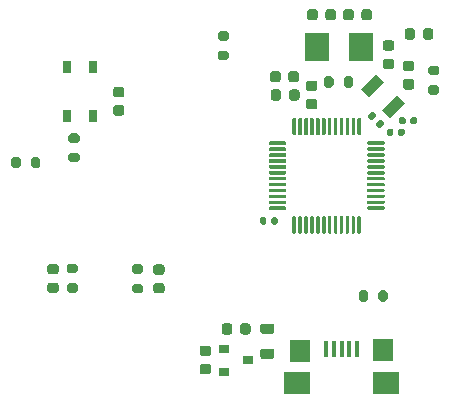
<source format=gbr>
%TF.GenerationSoftware,KiCad,Pcbnew,(5.1.8)-1*%
%TF.CreationDate,2021-06-10T03:31:17+02:00*%
%TF.ProjectId,GD32F190-dev-brd,47443332-4631-4393-902d-6465762d6272,rev?*%
%TF.SameCoordinates,Original*%
%TF.FileFunction,Paste,Top*%
%TF.FilePolarity,Positive*%
%FSLAX46Y46*%
G04 Gerber Fmt 4.6, Leading zero omitted, Abs format (unit mm)*
G04 Created by KiCad (PCBNEW (5.1.8)-1) date 2021-06-10 03:31:17*
%MOMM*%
%LPD*%
G01*
G04 APERTURE LIST*
%ADD10R,0.650000X1.050000*%
%ADD11R,0.900000X0.800000*%
%ADD12R,2.000000X2.400000*%
%ADD13C,0.100000*%
%ADD14R,1.800000X1.900000*%
%ADD15R,2.300000X1.900000*%
%ADD16R,0.400000X1.400000*%
G04 APERTURE END LIST*
%TO.C,R7*%
G36*
G01*
X132865000Y-130065000D02*
X132865000Y-129515000D01*
G75*
G02*
X133065000Y-129315000I200000J0D01*
G01*
X133465000Y-129315000D01*
G75*
G02*
X133665000Y-129515000I0J-200000D01*
G01*
X133665000Y-130065000D01*
G75*
G02*
X133465000Y-130265000I-200000J0D01*
G01*
X133065000Y-130265000D01*
G75*
G02*
X132865000Y-130065000I0J200000D01*
G01*
G37*
G36*
G01*
X134515000Y-130065000D02*
X134515000Y-129515000D01*
G75*
G02*
X134715000Y-129315000I200000J0D01*
G01*
X135115000Y-129315000D01*
G75*
G02*
X135315000Y-129515000I0J-200000D01*
G01*
X135315000Y-130065000D01*
G75*
G02*
X135115000Y-130265000I-200000J0D01*
G01*
X134715000Y-130265000D01*
G75*
G02*
X134515000Y-130065000I0J200000D01*
G01*
G37*
%TD*%
%TO.C,C1*%
G36*
G01*
X122160000Y-132330000D02*
X122160000Y-132830000D01*
G75*
G02*
X121935000Y-133055000I-225000J0D01*
G01*
X121485000Y-133055000D01*
G75*
G02*
X121260000Y-132830000I0J225000D01*
G01*
X121260000Y-132330000D01*
G75*
G02*
X121485000Y-132105000I225000J0D01*
G01*
X121935000Y-132105000D01*
G75*
G02*
X122160000Y-132330000I0J-225000D01*
G01*
G37*
G36*
G01*
X123710000Y-132330000D02*
X123710000Y-132830000D01*
G75*
G02*
X123485000Y-133055000I-225000J0D01*
G01*
X123035000Y-133055000D01*
G75*
G02*
X122810000Y-132830000I0J225000D01*
G01*
X122810000Y-132330000D01*
G75*
G02*
X123035000Y-132105000I225000J0D01*
G01*
X123485000Y-132105000D01*
G75*
G02*
X123710000Y-132330000I0J-225000D01*
G01*
G37*
%TD*%
%TO.C,C2*%
G36*
G01*
X120120000Y-136435000D02*
X119620000Y-136435000D01*
G75*
G02*
X119395000Y-136210000I0J225000D01*
G01*
X119395000Y-135760000D01*
G75*
G02*
X119620000Y-135535000I225000J0D01*
G01*
X120120000Y-135535000D01*
G75*
G02*
X120345000Y-135760000I0J-225000D01*
G01*
X120345000Y-136210000D01*
G75*
G02*
X120120000Y-136435000I-225000J0D01*
G01*
G37*
G36*
G01*
X120120000Y-134885000D02*
X119620000Y-134885000D01*
G75*
G02*
X119395000Y-134660000I0J225000D01*
G01*
X119395000Y-134210000D01*
G75*
G02*
X119620000Y-133985000I225000J0D01*
G01*
X120120000Y-133985000D01*
G75*
G02*
X120345000Y-134210000I0J-225000D01*
G01*
X120345000Y-134660000D01*
G75*
G02*
X120120000Y-134885000I-225000J0D01*
G01*
G37*
%TD*%
%TO.C,C7*%
G36*
G01*
X129125000Y-112450000D02*
X128625000Y-112450000D01*
G75*
G02*
X128400000Y-112225000I0J225000D01*
G01*
X128400000Y-111775000D01*
G75*
G02*
X128625000Y-111550000I225000J0D01*
G01*
X129125000Y-111550000D01*
G75*
G02*
X129350000Y-111775000I0J-225000D01*
G01*
X129350000Y-112225000D01*
G75*
G02*
X129125000Y-112450000I-225000J0D01*
G01*
G37*
G36*
G01*
X129125000Y-114000000D02*
X128625000Y-114000000D01*
G75*
G02*
X128400000Y-113775000I0J225000D01*
G01*
X128400000Y-113325000D01*
G75*
G02*
X128625000Y-113100000I225000J0D01*
G01*
X129125000Y-113100000D01*
G75*
G02*
X129350000Y-113325000I0J-225000D01*
G01*
X129350000Y-113775000D01*
G75*
G02*
X129125000Y-114000000I-225000J0D01*
G01*
G37*
%TD*%
%TO.C,C8*%
G36*
G01*
X127800000Y-110975000D02*
X127800000Y-111475000D01*
G75*
G02*
X127575000Y-111700000I-225000J0D01*
G01*
X127125000Y-111700000D01*
G75*
G02*
X126900000Y-111475000I0J225000D01*
G01*
X126900000Y-110975000D01*
G75*
G02*
X127125000Y-110750000I225000J0D01*
G01*
X127575000Y-110750000D01*
G75*
G02*
X127800000Y-110975000I0J-225000D01*
G01*
G37*
G36*
G01*
X126250000Y-110975000D02*
X126250000Y-111475000D01*
G75*
G02*
X126025000Y-111700000I-225000J0D01*
G01*
X125575000Y-111700000D01*
G75*
G02*
X125350000Y-111475000I0J225000D01*
G01*
X125350000Y-110975000D01*
G75*
G02*
X125575000Y-110750000I225000J0D01*
G01*
X126025000Y-110750000D01*
G75*
G02*
X126250000Y-110975000I0J-225000D01*
G01*
G37*
%TD*%
%TO.C,C9*%
G36*
G01*
X112790000Y-114530000D02*
X112290000Y-114530000D01*
G75*
G02*
X112065000Y-114305000I0J225000D01*
G01*
X112065000Y-113855000D01*
G75*
G02*
X112290000Y-113630000I225000J0D01*
G01*
X112790000Y-113630000D01*
G75*
G02*
X113015000Y-113855000I0J-225000D01*
G01*
X113015000Y-114305000D01*
G75*
G02*
X112790000Y-114530000I-225000J0D01*
G01*
G37*
G36*
G01*
X112790000Y-112980000D02*
X112290000Y-112980000D01*
G75*
G02*
X112065000Y-112755000I0J225000D01*
G01*
X112065000Y-112305000D01*
G75*
G02*
X112290000Y-112080000I225000J0D01*
G01*
X112790000Y-112080000D01*
G75*
G02*
X113015000Y-112305000I0J-225000D01*
G01*
X113015000Y-112755000D01*
G75*
G02*
X112790000Y-112980000I-225000J0D01*
G01*
G37*
%TD*%
%TO.C,C10*%
G36*
G01*
X132433000Y-105740000D02*
X132433000Y-106240000D01*
G75*
G02*
X132208000Y-106465000I-225000J0D01*
G01*
X131758000Y-106465000D01*
G75*
G02*
X131533000Y-106240000I0J225000D01*
G01*
X131533000Y-105740000D01*
G75*
G02*
X131758000Y-105515000I225000J0D01*
G01*
X132208000Y-105515000D01*
G75*
G02*
X132433000Y-105740000I0J-225000D01*
G01*
G37*
G36*
G01*
X133983000Y-105740000D02*
X133983000Y-106240000D01*
G75*
G02*
X133758000Y-106465000I-225000J0D01*
G01*
X133308000Y-106465000D01*
G75*
G02*
X133083000Y-106240000I0J225000D01*
G01*
X133083000Y-105740000D01*
G75*
G02*
X133308000Y-105515000I225000J0D01*
G01*
X133758000Y-105515000D01*
G75*
G02*
X133983000Y-105740000I0J-225000D01*
G01*
G37*
%TD*%
%TO.C,C11*%
G36*
G01*
X128485000Y-106240000D02*
X128485000Y-105740000D01*
G75*
G02*
X128710000Y-105515000I225000J0D01*
G01*
X129160000Y-105515000D01*
G75*
G02*
X129385000Y-105740000I0J-225000D01*
G01*
X129385000Y-106240000D01*
G75*
G02*
X129160000Y-106465000I-225000J0D01*
G01*
X128710000Y-106465000D01*
G75*
G02*
X128485000Y-106240000I0J225000D01*
G01*
G37*
G36*
G01*
X130035000Y-106240000D02*
X130035000Y-105740000D01*
G75*
G02*
X130260000Y-105515000I225000J0D01*
G01*
X130710000Y-105515000D01*
G75*
G02*
X130935000Y-105740000I0J-225000D01*
G01*
X130935000Y-106240000D01*
G75*
G02*
X130710000Y-106465000I-225000J0D01*
G01*
X130260000Y-106465000D01*
G75*
G02*
X130035000Y-106240000I0J225000D01*
G01*
G37*
%TD*%
%TO.C,C12*%
G36*
G01*
X137330000Y-110770000D02*
X136830000Y-110770000D01*
G75*
G02*
X136605000Y-110545000I0J225000D01*
G01*
X136605000Y-110095000D01*
G75*
G02*
X136830000Y-109870000I225000J0D01*
G01*
X137330000Y-109870000D01*
G75*
G02*
X137555000Y-110095000I0J-225000D01*
G01*
X137555000Y-110545000D01*
G75*
G02*
X137330000Y-110770000I-225000J0D01*
G01*
G37*
G36*
G01*
X137330000Y-112320000D02*
X136830000Y-112320000D01*
G75*
G02*
X136605000Y-112095000I0J225000D01*
G01*
X136605000Y-111645000D01*
G75*
G02*
X136830000Y-111420000I225000J0D01*
G01*
X137330000Y-111420000D01*
G75*
G02*
X137555000Y-111645000I0J-225000D01*
G01*
X137555000Y-112095000D01*
G75*
G02*
X137330000Y-112320000I-225000J0D01*
G01*
G37*
%TD*%
%TO.C,C13*%
G36*
G01*
X135630000Y-110590000D02*
X135130000Y-110590000D01*
G75*
G02*
X134905000Y-110365000I0J225000D01*
G01*
X134905000Y-109915000D01*
G75*
G02*
X135130000Y-109690000I225000J0D01*
G01*
X135630000Y-109690000D01*
G75*
G02*
X135855000Y-109915000I0J-225000D01*
G01*
X135855000Y-110365000D01*
G75*
G02*
X135630000Y-110590000I-225000J0D01*
G01*
G37*
G36*
G01*
X135630000Y-109040000D02*
X135130000Y-109040000D01*
G75*
G02*
X134905000Y-108815000I0J225000D01*
G01*
X134905000Y-108365000D01*
G75*
G02*
X135130000Y-108140000I225000J0D01*
G01*
X135630000Y-108140000D01*
G75*
G02*
X135855000Y-108365000I0J-225000D01*
G01*
X135855000Y-108815000D01*
G75*
G02*
X135630000Y-109040000I-225000J0D01*
G01*
G37*
%TD*%
%TO.C,D1*%
G36*
G01*
X106720750Y-127091500D02*
X107233250Y-127091500D01*
G75*
G02*
X107452000Y-127310250I0J-218750D01*
G01*
X107452000Y-127747750D01*
G75*
G02*
X107233250Y-127966500I-218750J0D01*
G01*
X106720750Y-127966500D01*
G75*
G02*
X106502000Y-127747750I0J218750D01*
G01*
X106502000Y-127310250D01*
G75*
G02*
X106720750Y-127091500I218750J0D01*
G01*
G37*
G36*
G01*
X106720750Y-128666500D02*
X107233250Y-128666500D01*
G75*
G02*
X107452000Y-128885250I0J-218750D01*
G01*
X107452000Y-129322750D01*
G75*
G02*
X107233250Y-129541500I-218750J0D01*
G01*
X106720750Y-129541500D01*
G75*
G02*
X106502000Y-129322750I0J218750D01*
G01*
X106502000Y-128885250D01*
G75*
G02*
X106720750Y-128666500I218750J0D01*
G01*
G37*
%TD*%
%TO.C,D2*%
G36*
G01*
X115683750Y-128692000D02*
X116196250Y-128692000D01*
G75*
G02*
X116415000Y-128910750I0J-218750D01*
G01*
X116415000Y-129348250D01*
G75*
G02*
X116196250Y-129567000I-218750J0D01*
G01*
X115683750Y-129567000D01*
G75*
G02*
X115465000Y-129348250I0J218750D01*
G01*
X115465000Y-128910750D01*
G75*
G02*
X115683750Y-128692000I218750J0D01*
G01*
G37*
G36*
G01*
X115683750Y-127117000D02*
X116196250Y-127117000D01*
G75*
G02*
X116415000Y-127335750I0J-218750D01*
G01*
X116415000Y-127773250D01*
G75*
G02*
X116196250Y-127992000I-218750J0D01*
G01*
X115683750Y-127992000D01*
G75*
G02*
X115465000Y-127773250I0J218750D01*
G01*
X115465000Y-127335750D01*
G75*
G02*
X115683750Y-127117000I218750J0D01*
G01*
G37*
%TD*%
%TO.C,D3*%
G36*
G01*
X139187500Y-107353750D02*
X139187500Y-107866250D01*
G75*
G02*
X138968750Y-108085000I-218750J0D01*
G01*
X138531250Y-108085000D01*
G75*
G02*
X138312500Y-107866250I0J218750D01*
G01*
X138312500Y-107353750D01*
G75*
G02*
X138531250Y-107135000I218750J0D01*
G01*
X138968750Y-107135000D01*
G75*
G02*
X139187500Y-107353750I0J-218750D01*
G01*
G37*
G36*
G01*
X137612500Y-107353750D02*
X137612500Y-107866250D01*
G75*
G02*
X137393750Y-108085000I-218750J0D01*
G01*
X136956250Y-108085000D01*
G75*
G02*
X136737500Y-107866250I0J218750D01*
G01*
X136737500Y-107353750D01*
G75*
G02*
X136956250Y-107135000I218750J0D01*
G01*
X137393750Y-107135000D01*
G75*
G02*
X137612500Y-107353750I0J-218750D01*
G01*
G37*
%TD*%
%TO.C,FB1*%
G36*
G01*
X125491250Y-135130000D02*
X124728750Y-135130000D01*
G75*
G02*
X124510000Y-134911250I0J218750D01*
G01*
X124510000Y-134473750D01*
G75*
G02*
X124728750Y-134255000I218750J0D01*
G01*
X125491250Y-134255000D01*
G75*
G02*
X125710000Y-134473750I0J-218750D01*
G01*
X125710000Y-134911250D01*
G75*
G02*
X125491250Y-135130000I-218750J0D01*
G01*
G37*
G36*
G01*
X125491250Y-133005000D02*
X124728750Y-133005000D01*
G75*
G02*
X124510000Y-132786250I0J218750D01*
G01*
X124510000Y-132348750D01*
G75*
G02*
X124728750Y-132130000I218750J0D01*
G01*
X125491250Y-132130000D01*
G75*
G02*
X125710000Y-132348750I0J-218750D01*
G01*
X125710000Y-132786250D01*
G75*
G02*
X125491250Y-133005000I-218750J0D01*
G01*
G37*
%TD*%
%TO.C,L1*%
G36*
G01*
X125400000Y-113031250D02*
X125400000Y-112518750D01*
G75*
G02*
X125618750Y-112300000I218750J0D01*
G01*
X126056250Y-112300000D01*
G75*
G02*
X126275000Y-112518750I0J-218750D01*
G01*
X126275000Y-113031250D01*
G75*
G02*
X126056250Y-113250000I-218750J0D01*
G01*
X125618750Y-113250000D01*
G75*
G02*
X125400000Y-113031250I0J218750D01*
G01*
G37*
G36*
G01*
X126975000Y-113031250D02*
X126975000Y-112518750D01*
G75*
G02*
X127193750Y-112300000I218750J0D01*
G01*
X127631250Y-112300000D01*
G75*
G02*
X127850000Y-112518750I0J-218750D01*
G01*
X127850000Y-113031250D01*
G75*
G02*
X127631250Y-113250000I-218750J0D01*
G01*
X127193750Y-113250000D01*
G75*
G02*
X126975000Y-113031250I0J218750D01*
G01*
G37*
%TD*%
%TO.C,R1*%
G36*
G01*
X108325000Y-127075000D02*
X108875000Y-127075000D01*
G75*
G02*
X109075000Y-127275000I0J-200000D01*
G01*
X109075000Y-127675000D01*
G75*
G02*
X108875000Y-127875000I-200000J0D01*
G01*
X108325000Y-127875000D01*
G75*
G02*
X108125000Y-127675000I0J200000D01*
G01*
X108125000Y-127275000D01*
G75*
G02*
X108325000Y-127075000I200000J0D01*
G01*
G37*
G36*
G01*
X108325000Y-128725000D02*
X108875000Y-128725000D01*
G75*
G02*
X109075000Y-128925000I0J-200000D01*
G01*
X109075000Y-129325000D01*
G75*
G02*
X108875000Y-129525000I-200000J0D01*
G01*
X108325000Y-129525000D01*
G75*
G02*
X108125000Y-129325000I0J200000D01*
G01*
X108125000Y-128925000D01*
G75*
G02*
X108325000Y-128725000I200000J0D01*
G01*
G37*
%TD*%
%TO.C,R2*%
G36*
G01*
X113865000Y-128767000D02*
X114415000Y-128767000D01*
G75*
G02*
X114615000Y-128967000I0J-200000D01*
G01*
X114615000Y-129367000D01*
G75*
G02*
X114415000Y-129567000I-200000J0D01*
G01*
X113865000Y-129567000D01*
G75*
G02*
X113665000Y-129367000I0J200000D01*
G01*
X113665000Y-128967000D01*
G75*
G02*
X113865000Y-128767000I200000J0D01*
G01*
G37*
G36*
G01*
X113865000Y-127117000D02*
X114415000Y-127117000D01*
G75*
G02*
X114615000Y-127317000I0J-200000D01*
G01*
X114615000Y-127717000D01*
G75*
G02*
X114415000Y-127917000I-200000J0D01*
G01*
X113865000Y-127917000D01*
G75*
G02*
X113665000Y-127717000I0J200000D01*
G01*
X113665000Y-127317000D01*
G75*
G02*
X113865000Y-127117000I200000J0D01*
G01*
G37*
%TD*%
%TO.C,R3*%
G36*
G01*
X139495000Y-111110000D02*
X138945000Y-111110000D01*
G75*
G02*
X138745000Y-110910000I0J200000D01*
G01*
X138745000Y-110510000D01*
G75*
G02*
X138945000Y-110310000I200000J0D01*
G01*
X139495000Y-110310000D01*
G75*
G02*
X139695000Y-110510000I0J-200000D01*
G01*
X139695000Y-110910000D01*
G75*
G02*
X139495000Y-111110000I-200000J0D01*
G01*
G37*
G36*
G01*
X139495000Y-112760000D02*
X138945000Y-112760000D01*
G75*
G02*
X138745000Y-112560000I0J200000D01*
G01*
X138745000Y-112160000D01*
G75*
G02*
X138945000Y-111960000I200000J0D01*
G01*
X139495000Y-111960000D01*
G75*
G02*
X139695000Y-112160000I0J-200000D01*
G01*
X139695000Y-112560000D01*
G75*
G02*
X139495000Y-112760000I-200000J0D01*
G01*
G37*
%TD*%
%TO.C,R4*%
G36*
G01*
X109025000Y-116825000D02*
X108475000Y-116825000D01*
G75*
G02*
X108275000Y-116625000I0J200000D01*
G01*
X108275000Y-116225000D01*
G75*
G02*
X108475000Y-116025000I200000J0D01*
G01*
X109025000Y-116025000D01*
G75*
G02*
X109225000Y-116225000I0J-200000D01*
G01*
X109225000Y-116625000D01*
G75*
G02*
X109025000Y-116825000I-200000J0D01*
G01*
G37*
G36*
G01*
X109025000Y-118475000D02*
X108475000Y-118475000D01*
G75*
G02*
X108275000Y-118275000I0J200000D01*
G01*
X108275000Y-117875000D01*
G75*
G02*
X108475000Y-117675000I200000J0D01*
G01*
X109025000Y-117675000D01*
G75*
G02*
X109225000Y-117875000I0J-200000D01*
G01*
X109225000Y-118275000D01*
G75*
G02*
X109025000Y-118475000I-200000J0D01*
G01*
G37*
%TD*%
%TO.C,R5*%
G36*
G01*
X129935000Y-111945000D02*
X129935000Y-111395000D01*
G75*
G02*
X130135000Y-111195000I200000J0D01*
G01*
X130535000Y-111195000D01*
G75*
G02*
X130735000Y-111395000I0J-200000D01*
G01*
X130735000Y-111945000D01*
G75*
G02*
X130535000Y-112145000I-200000J0D01*
G01*
X130135000Y-112145000D01*
G75*
G02*
X129935000Y-111945000I0J200000D01*
G01*
G37*
G36*
G01*
X131585000Y-111945000D02*
X131585000Y-111395000D01*
G75*
G02*
X131785000Y-111195000I200000J0D01*
G01*
X132185000Y-111195000D01*
G75*
G02*
X132385000Y-111395000I0J-200000D01*
G01*
X132385000Y-111945000D01*
G75*
G02*
X132185000Y-112145000I-200000J0D01*
G01*
X131785000Y-112145000D01*
G75*
G02*
X131585000Y-111945000I0J200000D01*
G01*
G37*
%TD*%
%TO.C,R6*%
G36*
G01*
X121665000Y-109830000D02*
X121115000Y-109830000D01*
G75*
G02*
X120915000Y-109630000I0J200000D01*
G01*
X120915000Y-109230000D01*
G75*
G02*
X121115000Y-109030000I200000J0D01*
G01*
X121665000Y-109030000D01*
G75*
G02*
X121865000Y-109230000I0J-200000D01*
G01*
X121865000Y-109630000D01*
G75*
G02*
X121665000Y-109830000I-200000J0D01*
G01*
G37*
G36*
G01*
X121665000Y-108180000D02*
X121115000Y-108180000D01*
G75*
G02*
X120915000Y-107980000I0J200000D01*
G01*
X120915000Y-107580000D01*
G75*
G02*
X121115000Y-107380000I200000J0D01*
G01*
X121665000Y-107380000D01*
G75*
G02*
X121865000Y-107580000I0J-200000D01*
G01*
X121865000Y-107980000D01*
G75*
G02*
X121665000Y-108180000I-200000J0D01*
G01*
G37*
%TD*%
D10*
%TO.C,SW2*%
X110325000Y-110425000D03*
X110325000Y-114575000D03*
X108175000Y-110425000D03*
X108175000Y-114575000D03*
%TD*%
D11*
%TO.C,U1*%
X121460000Y-134300000D03*
X121460000Y-136200000D03*
X123460000Y-135250000D03*
%TD*%
%TO.C,U2*%
G36*
G01*
X132825000Y-114710000D02*
X132975000Y-114710000D01*
G75*
G02*
X133050000Y-114785000I0J-75000D01*
G01*
X133050000Y-116110000D01*
G75*
G02*
X132975000Y-116185000I-75000J0D01*
G01*
X132825000Y-116185000D01*
G75*
G02*
X132750000Y-116110000I0J75000D01*
G01*
X132750000Y-114785000D01*
G75*
G02*
X132825000Y-114710000I75000J0D01*
G01*
G37*
G36*
G01*
X132325000Y-114710000D02*
X132475000Y-114710000D01*
G75*
G02*
X132550000Y-114785000I0J-75000D01*
G01*
X132550000Y-116110000D01*
G75*
G02*
X132475000Y-116185000I-75000J0D01*
G01*
X132325000Y-116185000D01*
G75*
G02*
X132250000Y-116110000I0J75000D01*
G01*
X132250000Y-114785000D01*
G75*
G02*
X132325000Y-114710000I75000J0D01*
G01*
G37*
G36*
G01*
X131825000Y-114710000D02*
X131975000Y-114710000D01*
G75*
G02*
X132050000Y-114785000I0J-75000D01*
G01*
X132050000Y-116110000D01*
G75*
G02*
X131975000Y-116185000I-75000J0D01*
G01*
X131825000Y-116185000D01*
G75*
G02*
X131750000Y-116110000I0J75000D01*
G01*
X131750000Y-114785000D01*
G75*
G02*
X131825000Y-114710000I75000J0D01*
G01*
G37*
G36*
G01*
X131325000Y-114710000D02*
X131475000Y-114710000D01*
G75*
G02*
X131550000Y-114785000I0J-75000D01*
G01*
X131550000Y-116110000D01*
G75*
G02*
X131475000Y-116185000I-75000J0D01*
G01*
X131325000Y-116185000D01*
G75*
G02*
X131250000Y-116110000I0J75000D01*
G01*
X131250000Y-114785000D01*
G75*
G02*
X131325000Y-114710000I75000J0D01*
G01*
G37*
G36*
G01*
X130825000Y-114710000D02*
X130975000Y-114710000D01*
G75*
G02*
X131050000Y-114785000I0J-75000D01*
G01*
X131050000Y-116110000D01*
G75*
G02*
X130975000Y-116185000I-75000J0D01*
G01*
X130825000Y-116185000D01*
G75*
G02*
X130750000Y-116110000I0J75000D01*
G01*
X130750000Y-114785000D01*
G75*
G02*
X130825000Y-114710000I75000J0D01*
G01*
G37*
G36*
G01*
X130325000Y-114710000D02*
X130475000Y-114710000D01*
G75*
G02*
X130550000Y-114785000I0J-75000D01*
G01*
X130550000Y-116110000D01*
G75*
G02*
X130475000Y-116185000I-75000J0D01*
G01*
X130325000Y-116185000D01*
G75*
G02*
X130250000Y-116110000I0J75000D01*
G01*
X130250000Y-114785000D01*
G75*
G02*
X130325000Y-114710000I75000J0D01*
G01*
G37*
G36*
G01*
X129825000Y-114710000D02*
X129975000Y-114710000D01*
G75*
G02*
X130050000Y-114785000I0J-75000D01*
G01*
X130050000Y-116110000D01*
G75*
G02*
X129975000Y-116185000I-75000J0D01*
G01*
X129825000Y-116185000D01*
G75*
G02*
X129750000Y-116110000I0J75000D01*
G01*
X129750000Y-114785000D01*
G75*
G02*
X129825000Y-114710000I75000J0D01*
G01*
G37*
G36*
G01*
X129325000Y-114710000D02*
X129475000Y-114710000D01*
G75*
G02*
X129550000Y-114785000I0J-75000D01*
G01*
X129550000Y-116110000D01*
G75*
G02*
X129475000Y-116185000I-75000J0D01*
G01*
X129325000Y-116185000D01*
G75*
G02*
X129250000Y-116110000I0J75000D01*
G01*
X129250000Y-114785000D01*
G75*
G02*
X129325000Y-114710000I75000J0D01*
G01*
G37*
G36*
G01*
X128825000Y-114710000D02*
X128975000Y-114710000D01*
G75*
G02*
X129050000Y-114785000I0J-75000D01*
G01*
X129050000Y-116110000D01*
G75*
G02*
X128975000Y-116185000I-75000J0D01*
G01*
X128825000Y-116185000D01*
G75*
G02*
X128750000Y-116110000I0J75000D01*
G01*
X128750000Y-114785000D01*
G75*
G02*
X128825000Y-114710000I75000J0D01*
G01*
G37*
G36*
G01*
X128325000Y-114710000D02*
X128475000Y-114710000D01*
G75*
G02*
X128550000Y-114785000I0J-75000D01*
G01*
X128550000Y-116110000D01*
G75*
G02*
X128475000Y-116185000I-75000J0D01*
G01*
X128325000Y-116185000D01*
G75*
G02*
X128250000Y-116110000I0J75000D01*
G01*
X128250000Y-114785000D01*
G75*
G02*
X128325000Y-114710000I75000J0D01*
G01*
G37*
G36*
G01*
X127825000Y-114710000D02*
X127975000Y-114710000D01*
G75*
G02*
X128050000Y-114785000I0J-75000D01*
G01*
X128050000Y-116110000D01*
G75*
G02*
X127975000Y-116185000I-75000J0D01*
G01*
X127825000Y-116185000D01*
G75*
G02*
X127750000Y-116110000I0J75000D01*
G01*
X127750000Y-114785000D01*
G75*
G02*
X127825000Y-114710000I75000J0D01*
G01*
G37*
G36*
G01*
X127325000Y-114710000D02*
X127475000Y-114710000D01*
G75*
G02*
X127550000Y-114785000I0J-75000D01*
G01*
X127550000Y-116110000D01*
G75*
G02*
X127475000Y-116185000I-75000J0D01*
G01*
X127325000Y-116185000D01*
G75*
G02*
X127250000Y-116110000I0J75000D01*
G01*
X127250000Y-114785000D01*
G75*
G02*
X127325000Y-114710000I75000J0D01*
G01*
G37*
G36*
G01*
X125325000Y-116710000D02*
X126650000Y-116710000D01*
G75*
G02*
X126725000Y-116785000I0J-75000D01*
G01*
X126725000Y-116935000D01*
G75*
G02*
X126650000Y-117010000I-75000J0D01*
G01*
X125325000Y-117010000D01*
G75*
G02*
X125250000Y-116935000I0J75000D01*
G01*
X125250000Y-116785000D01*
G75*
G02*
X125325000Y-116710000I75000J0D01*
G01*
G37*
G36*
G01*
X125325000Y-117210000D02*
X126650000Y-117210000D01*
G75*
G02*
X126725000Y-117285000I0J-75000D01*
G01*
X126725000Y-117435000D01*
G75*
G02*
X126650000Y-117510000I-75000J0D01*
G01*
X125325000Y-117510000D01*
G75*
G02*
X125250000Y-117435000I0J75000D01*
G01*
X125250000Y-117285000D01*
G75*
G02*
X125325000Y-117210000I75000J0D01*
G01*
G37*
G36*
G01*
X125325000Y-117710000D02*
X126650000Y-117710000D01*
G75*
G02*
X126725000Y-117785000I0J-75000D01*
G01*
X126725000Y-117935000D01*
G75*
G02*
X126650000Y-118010000I-75000J0D01*
G01*
X125325000Y-118010000D01*
G75*
G02*
X125250000Y-117935000I0J75000D01*
G01*
X125250000Y-117785000D01*
G75*
G02*
X125325000Y-117710000I75000J0D01*
G01*
G37*
G36*
G01*
X125325000Y-118210000D02*
X126650000Y-118210000D01*
G75*
G02*
X126725000Y-118285000I0J-75000D01*
G01*
X126725000Y-118435000D01*
G75*
G02*
X126650000Y-118510000I-75000J0D01*
G01*
X125325000Y-118510000D01*
G75*
G02*
X125250000Y-118435000I0J75000D01*
G01*
X125250000Y-118285000D01*
G75*
G02*
X125325000Y-118210000I75000J0D01*
G01*
G37*
G36*
G01*
X125325000Y-118710000D02*
X126650000Y-118710000D01*
G75*
G02*
X126725000Y-118785000I0J-75000D01*
G01*
X126725000Y-118935000D01*
G75*
G02*
X126650000Y-119010000I-75000J0D01*
G01*
X125325000Y-119010000D01*
G75*
G02*
X125250000Y-118935000I0J75000D01*
G01*
X125250000Y-118785000D01*
G75*
G02*
X125325000Y-118710000I75000J0D01*
G01*
G37*
G36*
G01*
X125325000Y-119210000D02*
X126650000Y-119210000D01*
G75*
G02*
X126725000Y-119285000I0J-75000D01*
G01*
X126725000Y-119435000D01*
G75*
G02*
X126650000Y-119510000I-75000J0D01*
G01*
X125325000Y-119510000D01*
G75*
G02*
X125250000Y-119435000I0J75000D01*
G01*
X125250000Y-119285000D01*
G75*
G02*
X125325000Y-119210000I75000J0D01*
G01*
G37*
G36*
G01*
X125325000Y-119710000D02*
X126650000Y-119710000D01*
G75*
G02*
X126725000Y-119785000I0J-75000D01*
G01*
X126725000Y-119935000D01*
G75*
G02*
X126650000Y-120010000I-75000J0D01*
G01*
X125325000Y-120010000D01*
G75*
G02*
X125250000Y-119935000I0J75000D01*
G01*
X125250000Y-119785000D01*
G75*
G02*
X125325000Y-119710000I75000J0D01*
G01*
G37*
G36*
G01*
X125325000Y-120210000D02*
X126650000Y-120210000D01*
G75*
G02*
X126725000Y-120285000I0J-75000D01*
G01*
X126725000Y-120435000D01*
G75*
G02*
X126650000Y-120510000I-75000J0D01*
G01*
X125325000Y-120510000D01*
G75*
G02*
X125250000Y-120435000I0J75000D01*
G01*
X125250000Y-120285000D01*
G75*
G02*
X125325000Y-120210000I75000J0D01*
G01*
G37*
G36*
G01*
X125325000Y-120710000D02*
X126650000Y-120710000D01*
G75*
G02*
X126725000Y-120785000I0J-75000D01*
G01*
X126725000Y-120935000D01*
G75*
G02*
X126650000Y-121010000I-75000J0D01*
G01*
X125325000Y-121010000D01*
G75*
G02*
X125250000Y-120935000I0J75000D01*
G01*
X125250000Y-120785000D01*
G75*
G02*
X125325000Y-120710000I75000J0D01*
G01*
G37*
G36*
G01*
X125325000Y-121210000D02*
X126650000Y-121210000D01*
G75*
G02*
X126725000Y-121285000I0J-75000D01*
G01*
X126725000Y-121435000D01*
G75*
G02*
X126650000Y-121510000I-75000J0D01*
G01*
X125325000Y-121510000D01*
G75*
G02*
X125250000Y-121435000I0J75000D01*
G01*
X125250000Y-121285000D01*
G75*
G02*
X125325000Y-121210000I75000J0D01*
G01*
G37*
G36*
G01*
X125325000Y-121710000D02*
X126650000Y-121710000D01*
G75*
G02*
X126725000Y-121785000I0J-75000D01*
G01*
X126725000Y-121935000D01*
G75*
G02*
X126650000Y-122010000I-75000J0D01*
G01*
X125325000Y-122010000D01*
G75*
G02*
X125250000Y-121935000I0J75000D01*
G01*
X125250000Y-121785000D01*
G75*
G02*
X125325000Y-121710000I75000J0D01*
G01*
G37*
G36*
G01*
X125325000Y-122210000D02*
X126650000Y-122210000D01*
G75*
G02*
X126725000Y-122285000I0J-75000D01*
G01*
X126725000Y-122435000D01*
G75*
G02*
X126650000Y-122510000I-75000J0D01*
G01*
X125325000Y-122510000D01*
G75*
G02*
X125250000Y-122435000I0J75000D01*
G01*
X125250000Y-122285000D01*
G75*
G02*
X125325000Y-122210000I75000J0D01*
G01*
G37*
G36*
G01*
X127325000Y-123035000D02*
X127475000Y-123035000D01*
G75*
G02*
X127550000Y-123110000I0J-75000D01*
G01*
X127550000Y-124435000D01*
G75*
G02*
X127475000Y-124510000I-75000J0D01*
G01*
X127325000Y-124510000D01*
G75*
G02*
X127250000Y-124435000I0J75000D01*
G01*
X127250000Y-123110000D01*
G75*
G02*
X127325000Y-123035000I75000J0D01*
G01*
G37*
G36*
G01*
X127825000Y-123035000D02*
X127975000Y-123035000D01*
G75*
G02*
X128050000Y-123110000I0J-75000D01*
G01*
X128050000Y-124435000D01*
G75*
G02*
X127975000Y-124510000I-75000J0D01*
G01*
X127825000Y-124510000D01*
G75*
G02*
X127750000Y-124435000I0J75000D01*
G01*
X127750000Y-123110000D01*
G75*
G02*
X127825000Y-123035000I75000J0D01*
G01*
G37*
G36*
G01*
X128325000Y-123035000D02*
X128475000Y-123035000D01*
G75*
G02*
X128550000Y-123110000I0J-75000D01*
G01*
X128550000Y-124435000D01*
G75*
G02*
X128475000Y-124510000I-75000J0D01*
G01*
X128325000Y-124510000D01*
G75*
G02*
X128250000Y-124435000I0J75000D01*
G01*
X128250000Y-123110000D01*
G75*
G02*
X128325000Y-123035000I75000J0D01*
G01*
G37*
G36*
G01*
X128825000Y-123035000D02*
X128975000Y-123035000D01*
G75*
G02*
X129050000Y-123110000I0J-75000D01*
G01*
X129050000Y-124435000D01*
G75*
G02*
X128975000Y-124510000I-75000J0D01*
G01*
X128825000Y-124510000D01*
G75*
G02*
X128750000Y-124435000I0J75000D01*
G01*
X128750000Y-123110000D01*
G75*
G02*
X128825000Y-123035000I75000J0D01*
G01*
G37*
G36*
G01*
X129325000Y-123035000D02*
X129475000Y-123035000D01*
G75*
G02*
X129550000Y-123110000I0J-75000D01*
G01*
X129550000Y-124435000D01*
G75*
G02*
X129475000Y-124510000I-75000J0D01*
G01*
X129325000Y-124510000D01*
G75*
G02*
X129250000Y-124435000I0J75000D01*
G01*
X129250000Y-123110000D01*
G75*
G02*
X129325000Y-123035000I75000J0D01*
G01*
G37*
G36*
G01*
X129825000Y-123035000D02*
X129975000Y-123035000D01*
G75*
G02*
X130050000Y-123110000I0J-75000D01*
G01*
X130050000Y-124435000D01*
G75*
G02*
X129975000Y-124510000I-75000J0D01*
G01*
X129825000Y-124510000D01*
G75*
G02*
X129750000Y-124435000I0J75000D01*
G01*
X129750000Y-123110000D01*
G75*
G02*
X129825000Y-123035000I75000J0D01*
G01*
G37*
G36*
G01*
X130325000Y-123035000D02*
X130475000Y-123035000D01*
G75*
G02*
X130550000Y-123110000I0J-75000D01*
G01*
X130550000Y-124435000D01*
G75*
G02*
X130475000Y-124510000I-75000J0D01*
G01*
X130325000Y-124510000D01*
G75*
G02*
X130250000Y-124435000I0J75000D01*
G01*
X130250000Y-123110000D01*
G75*
G02*
X130325000Y-123035000I75000J0D01*
G01*
G37*
G36*
G01*
X130825000Y-123035000D02*
X130975000Y-123035000D01*
G75*
G02*
X131050000Y-123110000I0J-75000D01*
G01*
X131050000Y-124435000D01*
G75*
G02*
X130975000Y-124510000I-75000J0D01*
G01*
X130825000Y-124510000D01*
G75*
G02*
X130750000Y-124435000I0J75000D01*
G01*
X130750000Y-123110000D01*
G75*
G02*
X130825000Y-123035000I75000J0D01*
G01*
G37*
G36*
G01*
X131325000Y-123035000D02*
X131475000Y-123035000D01*
G75*
G02*
X131550000Y-123110000I0J-75000D01*
G01*
X131550000Y-124435000D01*
G75*
G02*
X131475000Y-124510000I-75000J0D01*
G01*
X131325000Y-124510000D01*
G75*
G02*
X131250000Y-124435000I0J75000D01*
G01*
X131250000Y-123110000D01*
G75*
G02*
X131325000Y-123035000I75000J0D01*
G01*
G37*
G36*
G01*
X131825000Y-123035000D02*
X131975000Y-123035000D01*
G75*
G02*
X132050000Y-123110000I0J-75000D01*
G01*
X132050000Y-124435000D01*
G75*
G02*
X131975000Y-124510000I-75000J0D01*
G01*
X131825000Y-124510000D01*
G75*
G02*
X131750000Y-124435000I0J75000D01*
G01*
X131750000Y-123110000D01*
G75*
G02*
X131825000Y-123035000I75000J0D01*
G01*
G37*
G36*
G01*
X132325000Y-123035000D02*
X132475000Y-123035000D01*
G75*
G02*
X132550000Y-123110000I0J-75000D01*
G01*
X132550000Y-124435000D01*
G75*
G02*
X132475000Y-124510000I-75000J0D01*
G01*
X132325000Y-124510000D01*
G75*
G02*
X132250000Y-124435000I0J75000D01*
G01*
X132250000Y-123110000D01*
G75*
G02*
X132325000Y-123035000I75000J0D01*
G01*
G37*
G36*
G01*
X132825000Y-123035000D02*
X132975000Y-123035000D01*
G75*
G02*
X133050000Y-123110000I0J-75000D01*
G01*
X133050000Y-124435000D01*
G75*
G02*
X132975000Y-124510000I-75000J0D01*
G01*
X132825000Y-124510000D01*
G75*
G02*
X132750000Y-124435000I0J75000D01*
G01*
X132750000Y-123110000D01*
G75*
G02*
X132825000Y-123035000I75000J0D01*
G01*
G37*
G36*
G01*
X133650000Y-122210000D02*
X134975000Y-122210000D01*
G75*
G02*
X135050000Y-122285000I0J-75000D01*
G01*
X135050000Y-122435000D01*
G75*
G02*
X134975000Y-122510000I-75000J0D01*
G01*
X133650000Y-122510000D01*
G75*
G02*
X133575000Y-122435000I0J75000D01*
G01*
X133575000Y-122285000D01*
G75*
G02*
X133650000Y-122210000I75000J0D01*
G01*
G37*
G36*
G01*
X133650000Y-121710000D02*
X134975000Y-121710000D01*
G75*
G02*
X135050000Y-121785000I0J-75000D01*
G01*
X135050000Y-121935000D01*
G75*
G02*
X134975000Y-122010000I-75000J0D01*
G01*
X133650000Y-122010000D01*
G75*
G02*
X133575000Y-121935000I0J75000D01*
G01*
X133575000Y-121785000D01*
G75*
G02*
X133650000Y-121710000I75000J0D01*
G01*
G37*
G36*
G01*
X133650000Y-121210000D02*
X134975000Y-121210000D01*
G75*
G02*
X135050000Y-121285000I0J-75000D01*
G01*
X135050000Y-121435000D01*
G75*
G02*
X134975000Y-121510000I-75000J0D01*
G01*
X133650000Y-121510000D01*
G75*
G02*
X133575000Y-121435000I0J75000D01*
G01*
X133575000Y-121285000D01*
G75*
G02*
X133650000Y-121210000I75000J0D01*
G01*
G37*
G36*
G01*
X133650000Y-120710000D02*
X134975000Y-120710000D01*
G75*
G02*
X135050000Y-120785000I0J-75000D01*
G01*
X135050000Y-120935000D01*
G75*
G02*
X134975000Y-121010000I-75000J0D01*
G01*
X133650000Y-121010000D01*
G75*
G02*
X133575000Y-120935000I0J75000D01*
G01*
X133575000Y-120785000D01*
G75*
G02*
X133650000Y-120710000I75000J0D01*
G01*
G37*
G36*
G01*
X133650000Y-120210000D02*
X134975000Y-120210000D01*
G75*
G02*
X135050000Y-120285000I0J-75000D01*
G01*
X135050000Y-120435000D01*
G75*
G02*
X134975000Y-120510000I-75000J0D01*
G01*
X133650000Y-120510000D01*
G75*
G02*
X133575000Y-120435000I0J75000D01*
G01*
X133575000Y-120285000D01*
G75*
G02*
X133650000Y-120210000I75000J0D01*
G01*
G37*
G36*
G01*
X133650000Y-119710000D02*
X134975000Y-119710000D01*
G75*
G02*
X135050000Y-119785000I0J-75000D01*
G01*
X135050000Y-119935000D01*
G75*
G02*
X134975000Y-120010000I-75000J0D01*
G01*
X133650000Y-120010000D01*
G75*
G02*
X133575000Y-119935000I0J75000D01*
G01*
X133575000Y-119785000D01*
G75*
G02*
X133650000Y-119710000I75000J0D01*
G01*
G37*
G36*
G01*
X133650000Y-119210000D02*
X134975000Y-119210000D01*
G75*
G02*
X135050000Y-119285000I0J-75000D01*
G01*
X135050000Y-119435000D01*
G75*
G02*
X134975000Y-119510000I-75000J0D01*
G01*
X133650000Y-119510000D01*
G75*
G02*
X133575000Y-119435000I0J75000D01*
G01*
X133575000Y-119285000D01*
G75*
G02*
X133650000Y-119210000I75000J0D01*
G01*
G37*
G36*
G01*
X133650000Y-118710000D02*
X134975000Y-118710000D01*
G75*
G02*
X135050000Y-118785000I0J-75000D01*
G01*
X135050000Y-118935000D01*
G75*
G02*
X134975000Y-119010000I-75000J0D01*
G01*
X133650000Y-119010000D01*
G75*
G02*
X133575000Y-118935000I0J75000D01*
G01*
X133575000Y-118785000D01*
G75*
G02*
X133650000Y-118710000I75000J0D01*
G01*
G37*
G36*
G01*
X133650000Y-118210000D02*
X134975000Y-118210000D01*
G75*
G02*
X135050000Y-118285000I0J-75000D01*
G01*
X135050000Y-118435000D01*
G75*
G02*
X134975000Y-118510000I-75000J0D01*
G01*
X133650000Y-118510000D01*
G75*
G02*
X133575000Y-118435000I0J75000D01*
G01*
X133575000Y-118285000D01*
G75*
G02*
X133650000Y-118210000I75000J0D01*
G01*
G37*
G36*
G01*
X133650000Y-117710000D02*
X134975000Y-117710000D01*
G75*
G02*
X135050000Y-117785000I0J-75000D01*
G01*
X135050000Y-117935000D01*
G75*
G02*
X134975000Y-118010000I-75000J0D01*
G01*
X133650000Y-118010000D01*
G75*
G02*
X133575000Y-117935000I0J75000D01*
G01*
X133575000Y-117785000D01*
G75*
G02*
X133650000Y-117710000I75000J0D01*
G01*
G37*
G36*
G01*
X133650000Y-117210000D02*
X134975000Y-117210000D01*
G75*
G02*
X135050000Y-117285000I0J-75000D01*
G01*
X135050000Y-117435000D01*
G75*
G02*
X134975000Y-117510000I-75000J0D01*
G01*
X133650000Y-117510000D01*
G75*
G02*
X133575000Y-117435000I0J75000D01*
G01*
X133575000Y-117285000D01*
G75*
G02*
X133650000Y-117210000I75000J0D01*
G01*
G37*
G36*
G01*
X133650000Y-116710000D02*
X134975000Y-116710000D01*
G75*
G02*
X135050000Y-116785000I0J-75000D01*
G01*
X135050000Y-116935000D01*
G75*
G02*
X134975000Y-117010000I-75000J0D01*
G01*
X133650000Y-117010000D01*
G75*
G02*
X133575000Y-116935000I0J75000D01*
G01*
X133575000Y-116785000D01*
G75*
G02*
X133650000Y-116710000I75000J0D01*
G01*
G37*
%TD*%
D12*
%TO.C,Y1*%
X133020000Y-108730000D03*
X129320000Y-108730000D03*
%TD*%
D13*
%TO.C,Y2*%
G36*
X134793934Y-114046726D02*
G01*
X136066726Y-112773934D01*
X136773832Y-113481040D01*
X135501040Y-114753832D01*
X134793934Y-114046726D01*
G37*
G36*
X133026168Y-112278960D02*
G01*
X134298960Y-111006168D01*
X135006066Y-111713274D01*
X133733274Y-112986066D01*
X133026168Y-112278960D01*
G37*
%TD*%
%TO.C,C3*%
G36*
G01*
X136280000Y-115130000D02*
X136280000Y-114790000D01*
G75*
G02*
X136420000Y-114650000I140000J0D01*
G01*
X136700000Y-114650000D01*
G75*
G02*
X136840000Y-114790000I0J-140000D01*
G01*
X136840000Y-115130000D01*
G75*
G02*
X136700000Y-115270000I-140000J0D01*
G01*
X136420000Y-115270000D01*
G75*
G02*
X136280000Y-115130000I0J140000D01*
G01*
G37*
G36*
G01*
X137240000Y-115130000D02*
X137240000Y-114790000D01*
G75*
G02*
X137380000Y-114650000I140000J0D01*
G01*
X137660000Y-114650000D01*
G75*
G02*
X137800000Y-114790000I0J-140000D01*
G01*
X137800000Y-115130000D01*
G75*
G02*
X137660000Y-115270000I-140000J0D01*
G01*
X137380000Y-115270000D01*
G75*
G02*
X137240000Y-115130000I0J140000D01*
G01*
G37*
%TD*%
%TO.C,C4*%
G36*
G01*
X136190000Y-116100000D02*
X136190000Y-115760000D01*
G75*
G02*
X136330000Y-115620000I140000J0D01*
G01*
X136610000Y-115620000D01*
G75*
G02*
X136750000Y-115760000I0J-140000D01*
G01*
X136750000Y-116100000D01*
G75*
G02*
X136610000Y-116240000I-140000J0D01*
G01*
X136330000Y-116240000D01*
G75*
G02*
X136190000Y-116100000I0J140000D01*
G01*
G37*
G36*
G01*
X135230000Y-116100000D02*
X135230000Y-115760000D01*
G75*
G02*
X135370000Y-115620000I140000J0D01*
G01*
X135650000Y-115620000D01*
G75*
G02*
X135790000Y-115760000I0J-140000D01*
G01*
X135790000Y-116100000D01*
G75*
G02*
X135650000Y-116240000I-140000J0D01*
G01*
X135370000Y-116240000D01*
G75*
G02*
X135230000Y-116100000I0J140000D01*
G01*
G37*
%TD*%
%TO.C,C5*%
G36*
G01*
X133662391Y-114462807D02*
X133902807Y-114222391D01*
G75*
G02*
X134100797Y-114222391I98995J-98995D01*
G01*
X134298787Y-114420381D01*
G75*
G02*
X134298787Y-114618371I-98995J-98995D01*
G01*
X134058371Y-114858787D01*
G75*
G02*
X133860381Y-114858787I-98995J98995D01*
G01*
X133662391Y-114660797D01*
G75*
G02*
X133662391Y-114462807I98995J98995D01*
G01*
G37*
G36*
G01*
X134341213Y-115141629D02*
X134581629Y-114901213D01*
G75*
G02*
X134779619Y-114901213I98995J-98995D01*
G01*
X134977609Y-115099203D01*
G75*
G02*
X134977609Y-115297193I-98995J-98995D01*
G01*
X134737193Y-115537609D01*
G75*
G02*
X134539203Y-115537609I-98995J98995D01*
G01*
X134341213Y-115339619D01*
G75*
G02*
X134341213Y-115141629I98995J98995D01*
G01*
G37*
%TD*%
%TO.C,C6*%
G36*
G01*
X125050000Y-123260000D02*
X125050000Y-123600000D01*
G75*
G02*
X124910000Y-123740000I-140000J0D01*
G01*
X124630000Y-123740000D01*
G75*
G02*
X124490000Y-123600000I0J140000D01*
G01*
X124490000Y-123260000D01*
G75*
G02*
X124630000Y-123120000I140000J0D01*
G01*
X124910000Y-123120000D01*
G75*
G02*
X125050000Y-123260000I0J-140000D01*
G01*
G37*
G36*
G01*
X126010000Y-123260000D02*
X126010000Y-123600000D01*
G75*
G02*
X125870000Y-123740000I-140000J0D01*
G01*
X125590000Y-123740000D01*
G75*
G02*
X125450000Y-123600000I0J140000D01*
G01*
X125450000Y-123260000D01*
G75*
G02*
X125590000Y-123120000I140000J0D01*
G01*
X125870000Y-123120000D01*
G75*
G02*
X126010000Y-123260000I0J-140000D01*
G01*
G37*
%TD*%
%TO.C,R8*%
G36*
G01*
X105895000Y-118215000D02*
X105895000Y-118765000D01*
G75*
G02*
X105695000Y-118965000I-200000J0D01*
G01*
X105295000Y-118965000D01*
G75*
G02*
X105095000Y-118765000I0J200000D01*
G01*
X105095000Y-118215000D01*
G75*
G02*
X105295000Y-118015000I200000J0D01*
G01*
X105695000Y-118015000D01*
G75*
G02*
X105895000Y-118215000I0J-200000D01*
G01*
G37*
G36*
G01*
X104245000Y-118215000D02*
X104245000Y-118765000D01*
G75*
G02*
X104045000Y-118965000I-200000J0D01*
G01*
X103645000Y-118965000D01*
G75*
G02*
X103445000Y-118765000I0J200000D01*
G01*
X103445000Y-118215000D01*
G75*
G02*
X103645000Y-118015000I200000J0D01*
G01*
X104045000Y-118015000D01*
G75*
G02*
X104245000Y-118215000I0J-200000D01*
G01*
G37*
%TD*%
D14*
%TO.C,J1*%
X134935520Y-134373940D03*
X127884480Y-134406960D03*
D15*
X135160000Y-137170000D03*
X127660000Y-137170000D03*
D16*
X132710000Y-134320000D03*
X132060000Y-134320000D03*
X131410000Y-134320000D03*
X130760000Y-134320000D03*
X130110000Y-134320000D03*
%TD*%
M02*

</source>
